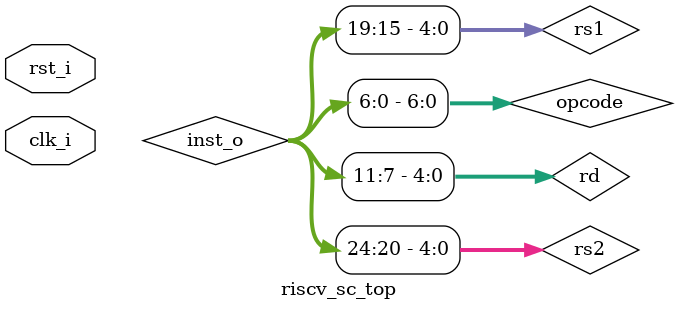
<source format=sv>

module riscv_sc_top #(
   parameter DW = 32,
   parameter REG_SIZE = 32,
   parameter NO_OF_REGS_REG_FILE = 32,
   parameter REGW = $clog2(REG_SIZE),
   parameter MEM_SIZE_IN_KB = 1,
   parameter NO_OF_REGS = MEM_SIZE_IN_KB * 1024 / 4,
   parameter ADDENT = 4

)(
   input  logic clk_i,
   input  logic rst_i
);

   logic [DW-1:0] pc_next;
   logic [DW-1:0] pc;
   logic [DW-1:0] inst_o;

   logic [6:0] opcode;
   assign opcode = inst_o[6:0];   //declaration and assignment on the same line is prohibited
   
   logic [REGW-1:0] rs1;
   assign rs1 = inst_o[19:15];
   
   logic [REGW-1:0] rs2;
   assign rs2 = inst_o[24:20];
   
   logic [REGW-1:0] rd;
   assign rd = inst_o[11:7];
   
   logic [2:0] func3;
   assign func3 = inst_o[14:12];
   
   logic [6:0] func7;
   assign func7 = inst_o[31:25];

   logic [DW-1:0] rdata1;
   logic [DW-1:0] rdata2;
   logic [DW-1:0] alu_result;
   logic [DW-1:0] scr_b;              //signal to support I-type

   //control signals
   logic          reg_write;
   logic          mem_write;
   logic [2:0]    imm_src;
   logic          alu_src;
   logic [1:0]    wb_sel;
   logic [1:0]    alu_op;

   //extend unit signls
   logic [DW-1:0] imm_ext;

   //alu signals
   logic [DW-1:0] alu_operand_1;
   logic [2:0]    alu_control;

   //data memory signals
   logic [REG_SIZE-1:0] rdata_data_mem;
   logic [DW-1:0]       addr_data_mem;
   logic [DW-1:0]       data_l_o;
   logic [DW-1:0]       data_s_o;

   //write back signals
   logic [REG_SIZE-1:0] data_wb;
   logic [REG_SIZE-1:0] pc_plus_4;

   //branch condition checker
   logic br_taken;

   //
   logic [DW-1:0] pc_target;

pc #(
   .DW(DW)
)i_pc(
   .clk_i(clk_i),
   .rst_i(rst_i),
   .pc_next(pc_target),
   .pc(pc)
);

mux_2x1 #(           //the mux to select PC+4 or PC+Target
   .DW(DW)
)i_mux_pc(
   .in0(pc_next),
   .in1(alu_result),
   .s(br_taken),

   .out(pc_target)
);

adder #(
   .DW(DW),
   .ADDENT(ADDENT)
)i_adder(
   .in(pc),
   .out(pc_next)
);

inst_mem #(
   .REG_SIZE(REG_SIZE),
   .MEM_SIZE_IN_KB(MEM_SIZE_IN_KB),
   .NO_OF_REGS(NO_OF_REGS)
)i_inst_mem(
   .addr_i(pc),
   .inst_o(inst_o)
);

reg_file #(
   .REG_SIZE(REG_SIZE),
   .NO_OF_REGS(NO_OF_REGS_REG_FILE),
   .REGW(REGW)
)i_reg_file(
   .clk_i(clk_i),
   .rst_i(rst_i),

   .we(reg_write),
   .raddr1_i(rs1),
   .rdata1_o(rdata1),

   .raddr2_i(rs2),
   .rdata2_o(rdata2),

   .waddr_i(rd),
   .wdata_i(data_wb)
);

imm_generator #(
   .DW(DW)
)i_imm_generator(
   .inst(inst_o),
   .s(imm_src),
   .imm_ext(imm_ext)
);

mux_2x1 #(
   .DW(DW)
)i_mux_i_type(
   .in0(rdata2),
   .in1(imm_ext),
   .s(alu_src),
   .out(scr_b)
);

branch_checker #(
   .REG_SIZE(REG_SIZE)
)i_branch_checker(
   .rdata1(rdata1),
   .rdata2(rdata2),
   .opcode(opcode),
   .func3(func3),
   .br_taken(br_taken)
);

mux_2x1 #(
   .DW(DW)
)i_mux_branch_pc(
   .in0(pc),
   .in1(rdata1),
   .s(!br_taken),                //according to Sir M. Tahir
   .out(alu_operand_1)
);

// alu #(   //non-reduced hardware
//    .DW(DW)
// )i_alu(
//    .opcode(opcode),
//    .func3(func3),
//    .func7_5(func7[5]),
//    .alu_operand_1_i(alu_operand_1),
//    .alu_operand_2_i(scr_b),
//    .alu_result_o(alu_result)
// );

alu_decoder #(
   .DW(DW)
)i_alu_decoder(
   .opcode(opcode),
   .func3(func3),
   .func7_5(func7[5]),

   .alu_control(alu_control)
);

alu_new #(   //reduced hardware
   .DW(DW)
)i_alu_new(
   .opcode(opcode),
   .func7_5(func7[5]),

   .alu_operand_1_i(alu_operand_1),
   .alu_operand_2_i(scr_b),
   .alu_control(alu_control),
   .alu_result_o(alu_result)
);

lsu #(
   .DW(DW)
)i_lsu(
   .opcode(opcode),
   .func3(func3),

   .addr_in(alu_result),
   .addr_out(addr_data_mem),    

   .data_s(rdata2),
   .data_s_o(data_s_o),

   .data_l(rdata_data_mem),
   .data_l_o(data_l_o)
);

data_mem #(
   .REG_SIZE(REG_SIZE),
   .MEM_SIZE_IN_KB(MEM_SIZE_IN_KB),
   .NO_OF_REGS(NO_OF_REGS)
)i_data_mem(
   .clk_i(clk_i),
   .rst_i(rst_i),
   .we(mem_write),
   .cs(1'b0),         //Only one data memory, so always select it
   .addr_i(addr_data_mem),
   .wdata_i(data_s_o),
   .rdata_o(rdata_data_mem)
);

adder #(
   .DW(DW),
   .ADDENT(ADDENT)
)i_adder_j(
   .in(pc),
   .out(pc_plus_4)
);

mux_4x1 #(
   .DW(DW)
)i_mux_wb(
   .in0(alu_result),
   .in1(data_l_o),
   .in2(pc_plus_4),        //for jumps and non-jumps (Branches also)
   .in3(32'h0),
   .s(wb_sel),
   .out(data_wb)
);

main_decoder i_main_decoder(
   .opcode(opcode),
   
   .reg_write(reg_write),
   .mem_write(mem_write),
   .imm_src(imm_src),
   .alu_src(alu_src),
   .wb_sel(wb_sel),

   .alu_op(alu_op)
);

endmodule
</source>
